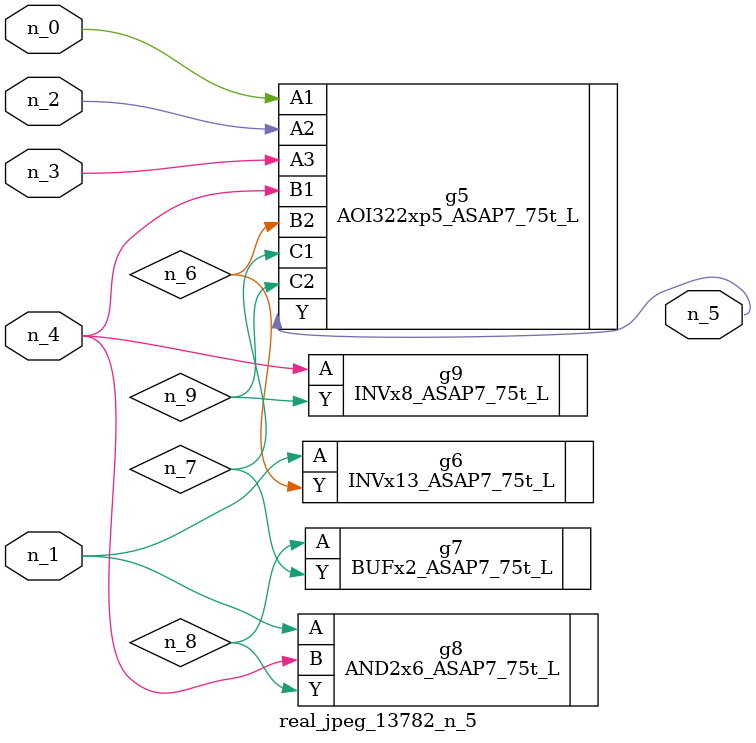
<source format=v>
module real_jpeg_13782_n_5 (n_4, n_0, n_1, n_2, n_3, n_5);

input n_4;
input n_0;
input n_1;
input n_2;
input n_3;

output n_5;

wire n_8;
wire n_6;
wire n_7;
wire n_9;

AOI322xp5_ASAP7_75t_L g5 ( 
.A1(n_0),
.A2(n_2),
.A3(n_3),
.B1(n_4),
.B2(n_6),
.C1(n_7),
.C2(n_9),
.Y(n_5)
);

INVx13_ASAP7_75t_L g6 ( 
.A(n_1),
.Y(n_6)
);

AND2x6_ASAP7_75t_L g8 ( 
.A(n_1),
.B(n_4),
.Y(n_8)
);

INVx8_ASAP7_75t_L g9 ( 
.A(n_4),
.Y(n_9)
);

BUFx2_ASAP7_75t_L g7 ( 
.A(n_8),
.Y(n_7)
);


endmodule
</source>
